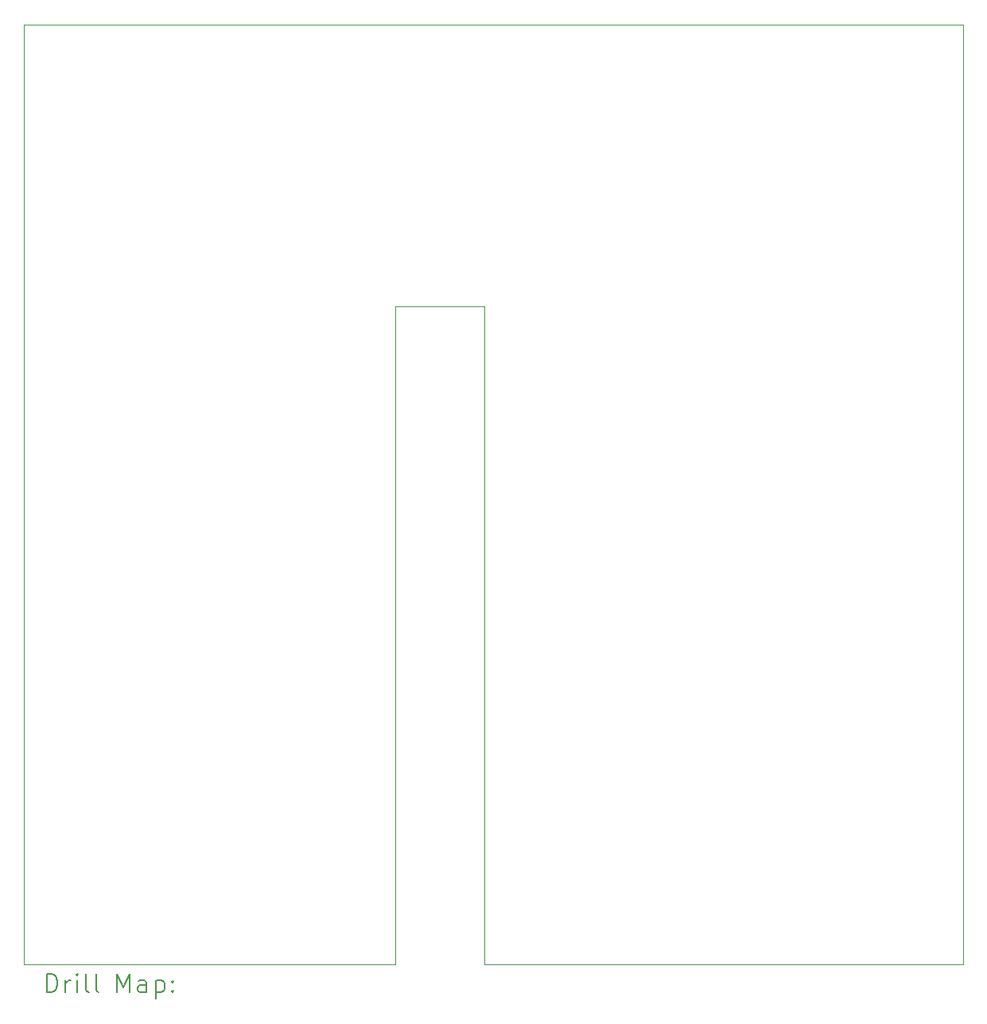
<source format=gbr>
%TF.GenerationSoftware,KiCad,Pcbnew,(7.0.0)*%
%TF.CreationDate,2023-03-31T08:32:34+02:00*%
%TF.ProjectId,Ampli_0_5W,416d706c-695f-4305-9f35-572e6b696361,rev?*%
%TF.SameCoordinates,Original*%
%TF.FileFunction,Drillmap*%
%TF.FilePolarity,Positive*%
%FSLAX45Y45*%
G04 Gerber Fmt 4.5, Leading zero omitted, Abs format (unit mm)*
G04 Created by KiCad (PCBNEW (7.0.0)) date 2023-03-31 08:32:34*
%MOMM*%
%LPD*%
G01*
G04 APERTURE LIST*
%ADD10C,0.100000*%
%ADD11C,0.200000*%
G04 APERTURE END LIST*
D10*
X11950000Y-13000000D02*
X11950000Y-6000000D01*
X18000000Y-13000000D02*
X12900000Y-13000000D01*
X8000000Y-13000000D02*
X8000000Y-3000000D01*
X12900000Y-6000000D02*
X12900000Y-13000000D01*
X18000000Y-3000000D02*
X18000000Y-13000000D01*
X11950000Y-13000000D02*
X8000000Y-13000000D01*
X8000000Y-3000000D02*
X18000000Y-3000000D01*
X12900000Y-6000000D02*
X11950000Y-6000000D01*
D11*
X8242619Y-13298476D02*
X8242619Y-13098476D01*
X8242619Y-13098476D02*
X8290238Y-13098476D01*
X8290238Y-13098476D02*
X8318809Y-13108000D01*
X8318809Y-13108000D02*
X8337857Y-13127048D01*
X8337857Y-13127048D02*
X8347381Y-13146095D01*
X8347381Y-13146095D02*
X8356905Y-13184190D01*
X8356905Y-13184190D02*
X8356905Y-13212762D01*
X8356905Y-13212762D02*
X8347381Y-13250857D01*
X8347381Y-13250857D02*
X8337857Y-13269905D01*
X8337857Y-13269905D02*
X8318809Y-13288952D01*
X8318809Y-13288952D02*
X8290238Y-13298476D01*
X8290238Y-13298476D02*
X8242619Y-13298476D01*
X8442619Y-13298476D02*
X8442619Y-13165143D01*
X8442619Y-13203238D02*
X8452143Y-13184190D01*
X8452143Y-13184190D02*
X8461667Y-13174667D01*
X8461667Y-13174667D02*
X8480714Y-13165143D01*
X8480714Y-13165143D02*
X8499762Y-13165143D01*
X8566429Y-13298476D02*
X8566429Y-13165143D01*
X8566429Y-13098476D02*
X8556905Y-13108000D01*
X8556905Y-13108000D02*
X8566429Y-13117524D01*
X8566429Y-13117524D02*
X8575952Y-13108000D01*
X8575952Y-13108000D02*
X8566429Y-13098476D01*
X8566429Y-13098476D02*
X8566429Y-13117524D01*
X8690238Y-13298476D02*
X8671190Y-13288952D01*
X8671190Y-13288952D02*
X8661667Y-13269905D01*
X8661667Y-13269905D02*
X8661667Y-13098476D01*
X8795000Y-13298476D02*
X8775952Y-13288952D01*
X8775952Y-13288952D02*
X8766429Y-13269905D01*
X8766429Y-13269905D02*
X8766429Y-13098476D01*
X8991190Y-13298476D02*
X8991190Y-13098476D01*
X8991190Y-13098476D02*
X9057857Y-13241333D01*
X9057857Y-13241333D02*
X9124524Y-13098476D01*
X9124524Y-13098476D02*
X9124524Y-13298476D01*
X9305476Y-13298476D02*
X9305476Y-13193714D01*
X9305476Y-13193714D02*
X9295952Y-13174667D01*
X9295952Y-13174667D02*
X9276905Y-13165143D01*
X9276905Y-13165143D02*
X9238809Y-13165143D01*
X9238809Y-13165143D02*
X9219762Y-13174667D01*
X9305476Y-13288952D02*
X9286429Y-13298476D01*
X9286429Y-13298476D02*
X9238809Y-13298476D01*
X9238809Y-13298476D02*
X9219762Y-13288952D01*
X9219762Y-13288952D02*
X9210238Y-13269905D01*
X9210238Y-13269905D02*
X9210238Y-13250857D01*
X9210238Y-13250857D02*
X9219762Y-13231809D01*
X9219762Y-13231809D02*
X9238809Y-13222286D01*
X9238809Y-13222286D02*
X9286429Y-13222286D01*
X9286429Y-13222286D02*
X9305476Y-13212762D01*
X9400714Y-13165143D02*
X9400714Y-13365143D01*
X9400714Y-13174667D02*
X9419762Y-13165143D01*
X9419762Y-13165143D02*
X9457857Y-13165143D01*
X9457857Y-13165143D02*
X9476905Y-13174667D01*
X9476905Y-13174667D02*
X9486429Y-13184190D01*
X9486429Y-13184190D02*
X9495952Y-13203238D01*
X9495952Y-13203238D02*
X9495952Y-13260381D01*
X9495952Y-13260381D02*
X9486429Y-13279428D01*
X9486429Y-13279428D02*
X9476905Y-13288952D01*
X9476905Y-13288952D02*
X9457857Y-13298476D01*
X9457857Y-13298476D02*
X9419762Y-13298476D01*
X9419762Y-13298476D02*
X9400714Y-13288952D01*
X9581667Y-13279428D02*
X9591190Y-13288952D01*
X9591190Y-13288952D02*
X9581667Y-13298476D01*
X9581667Y-13298476D02*
X9572143Y-13288952D01*
X9572143Y-13288952D02*
X9581667Y-13279428D01*
X9581667Y-13279428D02*
X9581667Y-13298476D01*
X9581667Y-13174667D02*
X9591190Y-13184190D01*
X9591190Y-13184190D02*
X9581667Y-13193714D01*
X9581667Y-13193714D02*
X9572143Y-13184190D01*
X9572143Y-13184190D02*
X9581667Y-13174667D01*
X9581667Y-13174667D02*
X9581667Y-13193714D01*
M02*

</source>
